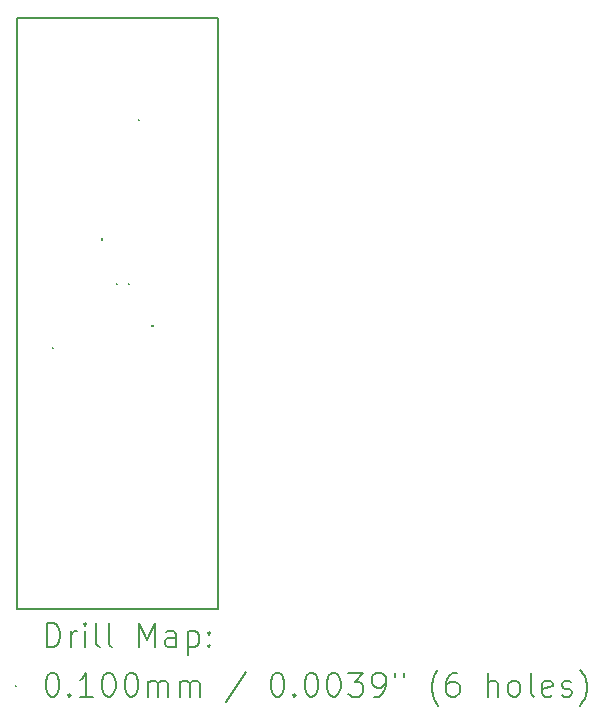
<source format=gbr>
%TF.GenerationSoftware,KiCad,Pcbnew,8.0.1*%
%TF.CreationDate,2024-10-17T14:11:02-05:00*%
%TF.ProjectId,sip-board,7369702d-626f-4617-9264-2e6b69636164,rev?*%
%TF.SameCoordinates,Original*%
%TF.FileFunction,Drillmap*%
%TF.FilePolarity,Positive*%
%FSLAX45Y45*%
G04 Gerber Fmt 4.5, Leading zero omitted, Abs format (unit mm)*
G04 Created by KiCad (PCBNEW 8.0.1) date 2024-10-17 14:11:02*
%MOMM*%
%LPD*%
G01*
G04 APERTURE LIST*
%ADD10C,0.200000*%
%ADD11C,0.100000*%
G04 APERTURE END LIST*
D10*
X13700000Y-7862000D02*
X15400000Y-7862000D01*
X15400000Y-12862000D01*
X13700000Y-12862000D01*
X13700000Y-7862000D01*
D11*
X13992000Y-10642000D02*
X14002000Y-10652000D01*
X14002000Y-10642000D02*
X13992000Y-10652000D01*
X14411000Y-9725000D02*
X14421000Y-9735000D01*
X14421000Y-9725000D02*
X14411000Y-9735000D01*
X14537000Y-10104000D02*
X14547000Y-10114000D01*
X14547000Y-10104000D02*
X14537000Y-10114000D01*
X14637000Y-10104000D02*
X14647000Y-10114000D01*
X14647000Y-10104000D02*
X14637000Y-10114000D01*
X14722000Y-8716000D02*
X14732000Y-8726000D01*
X14732000Y-8716000D02*
X14722000Y-8726000D01*
X14836000Y-10455000D02*
X14846000Y-10465000D01*
X14846000Y-10455000D02*
X14836000Y-10465000D01*
D10*
X13950777Y-13183484D02*
X13950777Y-12983484D01*
X13950777Y-12983484D02*
X13998396Y-12983484D01*
X13998396Y-12983484D02*
X14026967Y-12993008D01*
X14026967Y-12993008D02*
X14046015Y-13012055D01*
X14046015Y-13012055D02*
X14055539Y-13031103D01*
X14055539Y-13031103D02*
X14065062Y-13069198D01*
X14065062Y-13069198D02*
X14065062Y-13097769D01*
X14065062Y-13097769D02*
X14055539Y-13135865D01*
X14055539Y-13135865D02*
X14046015Y-13154912D01*
X14046015Y-13154912D02*
X14026967Y-13173960D01*
X14026967Y-13173960D02*
X13998396Y-13183484D01*
X13998396Y-13183484D02*
X13950777Y-13183484D01*
X14150777Y-13183484D02*
X14150777Y-13050150D01*
X14150777Y-13088246D02*
X14160301Y-13069198D01*
X14160301Y-13069198D02*
X14169824Y-13059674D01*
X14169824Y-13059674D02*
X14188872Y-13050150D01*
X14188872Y-13050150D02*
X14207920Y-13050150D01*
X14274586Y-13183484D02*
X14274586Y-13050150D01*
X14274586Y-12983484D02*
X14265062Y-12993008D01*
X14265062Y-12993008D02*
X14274586Y-13002531D01*
X14274586Y-13002531D02*
X14284110Y-12993008D01*
X14284110Y-12993008D02*
X14274586Y-12983484D01*
X14274586Y-12983484D02*
X14274586Y-13002531D01*
X14398396Y-13183484D02*
X14379348Y-13173960D01*
X14379348Y-13173960D02*
X14369824Y-13154912D01*
X14369824Y-13154912D02*
X14369824Y-12983484D01*
X14503158Y-13183484D02*
X14484110Y-13173960D01*
X14484110Y-13173960D02*
X14474586Y-13154912D01*
X14474586Y-13154912D02*
X14474586Y-12983484D01*
X14731729Y-13183484D02*
X14731729Y-12983484D01*
X14731729Y-12983484D02*
X14798396Y-13126341D01*
X14798396Y-13126341D02*
X14865062Y-12983484D01*
X14865062Y-12983484D02*
X14865062Y-13183484D01*
X15046015Y-13183484D02*
X15046015Y-13078722D01*
X15046015Y-13078722D02*
X15036491Y-13059674D01*
X15036491Y-13059674D02*
X15017443Y-13050150D01*
X15017443Y-13050150D02*
X14979348Y-13050150D01*
X14979348Y-13050150D02*
X14960301Y-13059674D01*
X15046015Y-13173960D02*
X15026967Y-13183484D01*
X15026967Y-13183484D02*
X14979348Y-13183484D01*
X14979348Y-13183484D02*
X14960301Y-13173960D01*
X14960301Y-13173960D02*
X14950777Y-13154912D01*
X14950777Y-13154912D02*
X14950777Y-13135865D01*
X14950777Y-13135865D02*
X14960301Y-13116817D01*
X14960301Y-13116817D02*
X14979348Y-13107293D01*
X14979348Y-13107293D02*
X15026967Y-13107293D01*
X15026967Y-13107293D02*
X15046015Y-13097769D01*
X15141253Y-13050150D02*
X15141253Y-13250150D01*
X15141253Y-13059674D02*
X15160301Y-13050150D01*
X15160301Y-13050150D02*
X15198396Y-13050150D01*
X15198396Y-13050150D02*
X15217443Y-13059674D01*
X15217443Y-13059674D02*
X15226967Y-13069198D01*
X15226967Y-13069198D02*
X15236491Y-13088246D01*
X15236491Y-13088246D02*
X15236491Y-13145388D01*
X15236491Y-13145388D02*
X15226967Y-13164436D01*
X15226967Y-13164436D02*
X15217443Y-13173960D01*
X15217443Y-13173960D02*
X15198396Y-13183484D01*
X15198396Y-13183484D02*
X15160301Y-13183484D01*
X15160301Y-13183484D02*
X15141253Y-13173960D01*
X15322205Y-13164436D02*
X15331729Y-13173960D01*
X15331729Y-13173960D02*
X15322205Y-13183484D01*
X15322205Y-13183484D02*
X15312682Y-13173960D01*
X15312682Y-13173960D02*
X15322205Y-13164436D01*
X15322205Y-13164436D02*
X15322205Y-13183484D01*
X15322205Y-13059674D02*
X15331729Y-13069198D01*
X15331729Y-13069198D02*
X15322205Y-13078722D01*
X15322205Y-13078722D02*
X15312682Y-13069198D01*
X15312682Y-13069198D02*
X15322205Y-13059674D01*
X15322205Y-13059674D02*
X15322205Y-13078722D01*
D11*
X13680000Y-13507000D02*
X13690000Y-13517000D01*
X13690000Y-13507000D02*
X13680000Y-13517000D01*
D10*
X13988872Y-13403484D02*
X14007920Y-13403484D01*
X14007920Y-13403484D02*
X14026967Y-13413008D01*
X14026967Y-13413008D02*
X14036491Y-13422531D01*
X14036491Y-13422531D02*
X14046015Y-13441579D01*
X14046015Y-13441579D02*
X14055539Y-13479674D01*
X14055539Y-13479674D02*
X14055539Y-13527293D01*
X14055539Y-13527293D02*
X14046015Y-13565388D01*
X14046015Y-13565388D02*
X14036491Y-13584436D01*
X14036491Y-13584436D02*
X14026967Y-13593960D01*
X14026967Y-13593960D02*
X14007920Y-13603484D01*
X14007920Y-13603484D02*
X13988872Y-13603484D01*
X13988872Y-13603484D02*
X13969824Y-13593960D01*
X13969824Y-13593960D02*
X13960301Y-13584436D01*
X13960301Y-13584436D02*
X13950777Y-13565388D01*
X13950777Y-13565388D02*
X13941253Y-13527293D01*
X13941253Y-13527293D02*
X13941253Y-13479674D01*
X13941253Y-13479674D02*
X13950777Y-13441579D01*
X13950777Y-13441579D02*
X13960301Y-13422531D01*
X13960301Y-13422531D02*
X13969824Y-13413008D01*
X13969824Y-13413008D02*
X13988872Y-13403484D01*
X14141253Y-13584436D02*
X14150777Y-13593960D01*
X14150777Y-13593960D02*
X14141253Y-13603484D01*
X14141253Y-13603484D02*
X14131729Y-13593960D01*
X14131729Y-13593960D02*
X14141253Y-13584436D01*
X14141253Y-13584436D02*
X14141253Y-13603484D01*
X14341253Y-13603484D02*
X14226967Y-13603484D01*
X14284110Y-13603484D02*
X14284110Y-13403484D01*
X14284110Y-13403484D02*
X14265062Y-13432055D01*
X14265062Y-13432055D02*
X14246015Y-13451103D01*
X14246015Y-13451103D02*
X14226967Y-13460627D01*
X14465062Y-13403484D02*
X14484110Y-13403484D01*
X14484110Y-13403484D02*
X14503158Y-13413008D01*
X14503158Y-13413008D02*
X14512682Y-13422531D01*
X14512682Y-13422531D02*
X14522205Y-13441579D01*
X14522205Y-13441579D02*
X14531729Y-13479674D01*
X14531729Y-13479674D02*
X14531729Y-13527293D01*
X14531729Y-13527293D02*
X14522205Y-13565388D01*
X14522205Y-13565388D02*
X14512682Y-13584436D01*
X14512682Y-13584436D02*
X14503158Y-13593960D01*
X14503158Y-13593960D02*
X14484110Y-13603484D01*
X14484110Y-13603484D02*
X14465062Y-13603484D01*
X14465062Y-13603484D02*
X14446015Y-13593960D01*
X14446015Y-13593960D02*
X14436491Y-13584436D01*
X14436491Y-13584436D02*
X14426967Y-13565388D01*
X14426967Y-13565388D02*
X14417443Y-13527293D01*
X14417443Y-13527293D02*
X14417443Y-13479674D01*
X14417443Y-13479674D02*
X14426967Y-13441579D01*
X14426967Y-13441579D02*
X14436491Y-13422531D01*
X14436491Y-13422531D02*
X14446015Y-13413008D01*
X14446015Y-13413008D02*
X14465062Y-13403484D01*
X14655539Y-13403484D02*
X14674586Y-13403484D01*
X14674586Y-13403484D02*
X14693634Y-13413008D01*
X14693634Y-13413008D02*
X14703158Y-13422531D01*
X14703158Y-13422531D02*
X14712682Y-13441579D01*
X14712682Y-13441579D02*
X14722205Y-13479674D01*
X14722205Y-13479674D02*
X14722205Y-13527293D01*
X14722205Y-13527293D02*
X14712682Y-13565388D01*
X14712682Y-13565388D02*
X14703158Y-13584436D01*
X14703158Y-13584436D02*
X14693634Y-13593960D01*
X14693634Y-13593960D02*
X14674586Y-13603484D01*
X14674586Y-13603484D02*
X14655539Y-13603484D01*
X14655539Y-13603484D02*
X14636491Y-13593960D01*
X14636491Y-13593960D02*
X14626967Y-13584436D01*
X14626967Y-13584436D02*
X14617443Y-13565388D01*
X14617443Y-13565388D02*
X14607920Y-13527293D01*
X14607920Y-13527293D02*
X14607920Y-13479674D01*
X14607920Y-13479674D02*
X14617443Y-13441579D01*
X14617443Y-13441579D02*
X14626967Y-13422531D01*
X14626967Y-13422531D02*
X14636491Y-13413008D01*
X14636491Y-13413008D02*
X14655539Y-13403484D01*
X14807920Y-13603484D02*
X14807920Y-13470150D01*
X14807920Y-13489198D02*
X14817443Y-13479674D01*
X14817443Y-13479674D02*
X14836491Y-13470150D01*
X14836491Y-13470150D02*
X14865063Y-13470150D01*
X14865063Y-13470150D02*
X14884110Y-13479674D01*
X14884110Y-13479674D02*
X14893634Y-13498722D01*
X14893634Y-13498722D02*
X14893634Y-13603484D01*
X14893634Y-13498722D02*
X14903158Y-13479674D01*
X14903158Y-13479674D02*
X14922205Y-13470150D01*
X14922205Y-13470150D02*
X14950777Y-13470150D01*
X14950777Y-13470150D02*
X14969824Y-13479674D01*
X14969824Y-13479674D02*
X14979348Y-13498722D01*
X14979348Y-13498722D02*
X14979348Y-13603484D01*
X15074586Y-13603484D02*
X15074586Y-13470150D01*
X15074586Y-13489198D02*
X15084110Y-13479674D01*
X15084110Y-13479674D02*
X15103158Y-13470150D01*
X15103158Y-13470150D02*
X15131729Y-13470150D01*
X15131729Y-13470150D02*
X15150777Y-13479674D01*
X15150777Y-13479674D02*
X15160301Y-13498722D01*
X15160301Y-13498722D02*
X15160301Y-13603484D01*
X15160301Y-13498722D02*
X15169824Y-13479674D01*
X15169824Y-13479674D02*
X15188872Y-13470150D01*
X15188872Y-13470150D02*
X15217443Y-13470150D01*
X15217443Y-13470150D02*
X15236491Y-13479674D01*
X15236491Y-13479674D02*
X15246015Y-13498722D01*
X15246015Y-13498722D02*
X15246015Y-13603484D01*
X15636491Y-13393960D02*
X15465063Y-13651103D01*
X15893634Y-13403484D02*
X15912682Y-13403484D01*
X15912682Y-13403484D02*
X15931729Y-13413008D01*
X15931729Y-13413008D02*
X15941253Y-13422531D01*
X15941253Y-13422531D02*
X15950777Y-13441579D01*
X15950777Y-13441579D02*
X15960301Y-13479674D01*
X15960301Y-13479674D02*
X15960301Y-13527293D01*
X15960301Y-13527293D02*
X15950777Y-13565388D01*
X15950777Y-13565388D02*
X15941253Y-13584436D01*
X15941253Y-13584436D02*
X15931729Y-13593960D01*
X15931729Y-13593960D02*
X15912682Y-13603484D01*
X15912682Y-13603484D02*
X15893634Y-13603484D01*
X15893634Y-13603484D02*
X15874586Y-13593960D01*
X15874586Y-13593960D02*
X15865063Y-13584436D01*
X15865063Y-13584436D02*
X15855539Y-13565388D01*
X15855539Y-13565388D02*
X15846015Y-13527293D01*
X15846015Y-13527293D02*
X15846015Y-13479674D01*
X15846015Y-13479674D02*
X15855539Y-13441579D01*
X15855539Y-13441579D02*
X15865063Y-13422531D01*
X15865063Y-13422531D02*
X15874586Y-13413008D01*
X15874586Y-13413008D02*
X15893634Y-13403484D01*
X16046015Y-13584436D02*
X16055539Y-13593960D01*
X16055539Y-13593960D02*
X16046015Y-13603484D01*
X16046015Y-13603484D02*
X16036491Y-13593960D01*
X16036491Y-13593960D02*
X16046015Y-13584436D01*
X16046015Y-13584436D02*
X16046015Y-13603484D01*
X16179348Y-13403484D02*
X16198396Y-13403484D01*
X16198396Y-13403484D02*
X16217444Y-13413008D01*
X16217444Y-13413008D02*
X16226967Y-13422531D01*
X16226967Y-13422531D02*
X16236491Y-13441579D01*
X16236491Y-13441579D02*
X16246015Y-13479674D01*
X16246015Y-13479674D02*
X16246015Y-13527293D01*
X16246015Y-13527293D02*
X16236491Y-13565388D01*
X16236491Y-13565388D02*
X16226967Y-13584436D01*
X16226967Y-13584436D02*
X16217444Y-13593960D01*
X16217444Y-13593960D02*
X16198396Y-13603484D01*
X16198396Y-13603484D02*
X16179348Y-13603484D01*
X16179348Y-13603484D02*
X16160301Y-13593960D01*
X16160301Y-13593960D02*
X16150777Y-13584436D01*
X16150777Y-13584436D02*
X16141253Y-13565388D01*
X16141253Y-13565388D02*
X16131729Y-13527293D01*
X16131729Y-13527293D02*
X16131729Y-13479674D01*
X16131729Y-13479674D02*
X16141253Y-13441579D01*
X16141253Y-13441579D02*
X16150777Y-13422531D01*
X16150777Y-13422531D02*
X16160301Y-13413008D01*
X16160301Y-13413008D02*
X16179348Y-13403484D01*
X16369825Y-13403484D02*
X16388872Y-13403484D01*
X16388872Y-13403484D02*
X16407920Y-13413008D01*
X16407920Y-13413008D02*
X16417444Y-13422531D01*
X16417444Y-13422531D02*
X16426967Y-13441579D01*
X16426967Y-13441579D02*
X16436491Y-13479674D01*
X16436491Y-13479674D02*
X16436491Y-13527293D01*
X16436491Y-13527293D02*
X16426967Y-13565388D01*
X16426967Y-13565388D02*
X16417444Y-13584436D01*
X16417444Y-13584436D02*
X16407920Y-13593960D01*
X16407920Y-13593960D02*
X16388872Y-13603484D01*
X16388872Y-13603484D02*
X16369825Y-13603484D01*
X16369825Y-13603484D02*
X16350777Y-13593960D01*
X16350777Y-13593960D02*
X16341253Y-13584436D01*
X16341253Y-13584436D02*
X16331729Y-13565388D01*
X16331729Y-13565388D02*
X16322206Y-13527293D01*
X16322206Y-13527293D02*
X16322206Y-13479674D01*
X16322206Y-13479674D02*
X16331729Y-13441579D01*
X16331729Y-13441579D02*
X16341253Y-13422531D01*
X16341253Y-13422531D02*
X16350777Y-13413008D01*
X16350777Y-13413008D02*
X16369825Y-13403484D01*
X16503158Y-13403484D02*
X16626967Y-13403484D01*
X16626967Y-13403484D02*
X16560301Y-13479674D01*
X16560301Y-13479674D02*
X16588872Y-13479674D01*
X16588872Y-13479674D02*
X16607920Y-13489198D01*
X16607920Y-13489198D02*
X16617444Y-13498722D01*
X16617444Y-13498722D02*
X16626967Y-13517769D01*
X16626967Y-13517769D02*
X16626967Y-13565388D01*
X16626967Y-13565388D02*
X16617444Y-13584436D01*
X16617444Y-13584436D02*
X16607920Y-13593960D01*
X16607920Y-13593960D02*
X16588872Y-13603484D01*
X16588872Y-13603484D02*
X16531729Y-13603484D01*
X16531729Y-13603484D02*
X16512682Y-13593960D01*
X16512682Y-13593960D02*
X16503158Y-13584436D01*
X16722206Y-13603484D02*
X16760301Y-13603484D01*
X16760301Y-13603484D02*
X16779349Y-13593960D01*
X16779349Y-13593960D02*
X16788872Y-13584436D01*
X16788872Y-13584436D02*
X16807920Y-13555865D01*
X16807920Y-13555865D02*
X16817444Y-13517769D01*
X16817444Y-13517769D02*
X16817444Y-13441579D01*
X16817444Y-13441579D02*
X16807920Y-13422531D01*
X16807920Y-13422531D02*
X16798396Y-13413008D01*
X16798396Y-13413008D02*
X16779349Y-13403484D01*
X16779349Y-13403484D02*
X16741253Y-13403484D01*
X16741253Y-13403484D02*
X16722206Y-13413008D01*
X16722206Y-13413008D02*
X16712682Y-13422531D01*
X16712682Y-13422531D02*
X16703158Y-13441579D01*
X16703158Y-13441579D02*
X16703158Y-13489198D01*
X16703158Y-13489198D02*
X16712682Y-13508246D01*
X16712682Y-13508246D02*
X16722206Y-13517769D01*
X16722206Y-13517769D02*
X16741253Y-13527293D01*
X16741253Y-13527293D02*
X16779349Y-13527293D01*
X16779349Y-13527293D02*
X16798396Y-13517769D01*
X16798396Y-13517769D02*
X16807920Y-13508246D01*
X16807920Y-13508246D02*
X16817444Y-13489198D01*
X16893634Y-13403484D02*
X16893634Y-13441579D01*
X16969825Y-13403484D02*
X16969825Y-13441579D01*
X17265063Y-13679674D02*
X17255539Y-13670150D01*
X17255539Y-13670150D02*
X17236491Y-13641579D01*
X17236491Y-13641579D02*
X17226968Y-13622531D01*
X17226968Y-13622531D02*
X17217444Y-13593960D01*
X17217444Y-13593960D02*
X17207920Y-13546341D01*
X17207920Y-13546341D02*
X17207920Y-13508246D01*
X17207920Y-13508246D02*
X17217444Y-13460627D01*
X17217444Y-13460627D02*
X17226968Y-13432055D01*
X17226968Y-13432055D02*
X17236491Y-13413008D01*
X17236491Y-13413008D02*
X17255539Y-13384436D01*
X17255539Y-13384436D02*
X17265063Y-13374912D01*
X17426968Y-13403484D02*
X17388872Y-13403484D01*
X17388872Y-13403484D02*
X17369825Y-13413008D01*
X17369825Y-13413008D02*
X17360301Y-13422531D01*
X17360301Y-13422531D02*
X17341253Y-13451103D01*
X17341253Y-13451103D02*
X17331730Y-13489198D01*
X17331730Y-13489198D02*
X17331730Y-13565388D01*
X17331730Y-13565388D02*
X17341253Y-13584436D01*
X17341253Y-13584436D02*
X17350777Y-13593960D01*
X17350777Y-13593960D02*
X17369825Y-13603484D01*
X17369825Y-13603484D02*
X17407920Y-13603484D01*
X17407920Y-13603484D02*
X17426968Y-13593960D01*
X17426968Y-13593960D02*
X17436491Y-13584436D01*
X17436491Y-13584436D02*
X17446015Y-13565388D01*
X17446015Y-13565388D02*
X17446015Y-13517769D01*
X17446015Y-13517769D02*
X17436491Y-13498722D01*
X17436491Y-13498722D02*
X17426968Y-13489198D01*
X17426968Y-13489198D02*
X17407920Y-13479674D01*
X17407920Y-13479674D02*
X17369825Y-13479674D01*
X17369825Y-13479674D02*
X17350777Y-13489198D01*
X17350777Y-13489198D02*
X17341253Y-13498722D01*
X17341253Y-13498722D02*
X17331730Y-13517769D01*
X17684111Y-13603484D02*
X17684111Y-13403484D01*
X17769825Y-13603484D02*
X17769825Y-13498722D01*
X17769825Y-13498722D02*
X17760301Y-13479674D01*
X17760301Y-13479674D02*
X17741253Y-13470150D01*
X17741253Y-13470150D02*
X17712682Y-13470150D01*
X17712682Y-13470150D02*
X17693634Y-13479674D01*
X17693634Y-13479674D02*
X17684111Y-13489198D01*
X17893634Y-13603484D02*
X17874587Y-13593960D01*
X17874587Y-13593960D02*
X17865063Y-13584436D01*
X17865063Y-13584436D02*
X17855539Y-13565388D01*
X17855539Y-13565388D02*
X17855539Y-13508246D01*
X17855539Y-13508246D02*
X17865063Y-13489198D01*
X17865063Y-13489198D02*
X17874587Y-13479674D01*
X17874587Y-13479674D02*
X17893634Y-13470150D01*
X17893634Y-13470150D02*
X17922206Y-13470150D01*
X17922206Y-13470150D02*
X17941253Y-13479674D01*
X17941253Y-13479674D02*
X17950777Y-13489198D01*
X17950777Y-13489198D02*
X17960301Y-13508246D01*
X17960301Y-13508246D02*
X17960301Y-13565388D01*
X17960301Y-13565388D02*
X17950777Y-13584436D01*
X17950777Y-13584436D02*
X17941253Y-13593960D01*
X17941253Y-13593960D02*
X17922206Y-13603484D01*
X17922206Y-13603484D02*
X17893634Y-13603484D01*
X18074587Y-13603484D02*
X18055539Y-13593960D01*
X18055539Y-13593960D02*
X18046015Y-13574912D01*
X18046015Y-13574912D02*
X18046015Y-13403484D01*
X18226968Y-13593960D02*
X18207920Y-13603484D01*
X18207920Y-13603484D02*
X18169825Y-13603484D01*
X18169825Y-13603484D02*
X18150777Y-13593960D01*
X18150777Y-13593960D02*
X18141253Y-13574912D01*
X18141253Y-13574912D02*
X18141253Y-13498722D01*
X18141253Y-13498722D02*
X18150777Y-13479674D01*
X18150777Y-13479674D02*
X18169825Y-13470150D01*
X18169825Y-13470150D02*
X18207920Y-13470150D01*
X18207920Y-13470150D02*
X18226968Y-13479674D01*
X18226968Y-13479674D02*
X18236492Y-13498722D01*
X18236492Y-13498722D02*
X18236492Y-13517769D01*
X18236492Y-13517769D02*
X18141253Y-13536817D01*
X18312682Y-13593960D02*
X18331730Y-13603484D01*
X18331730Y-13603484D02*
X18369825Y-13603484D01*
X18369825Y-13603484D02*
X18388873Y-13593960D01*
X18388873Y-13593960D02*
X18398396Y-13574912D01*
X18398396Y-13574912D02*
X18398396Y-13565388D01*
X18398396Y-13565388D02*
X18388873Y-13546341D01*
X18388873Y-13546341D02*
X18369825Y-13536817D01*
X18369825Y-13536817D02*
X18341253Y-13536817D01*
X18341253Y-13536817D02*
X18322206Y-13527293D01*
X18322206Y-13527293D02*
X18312682Y-13508246D01*
X18312682Y-13508246D02*
X18312682Y-13498722D01*
X18312682Y-13498722D02*
X18322206Y-13479674D01*
X18322206Y-13479674D02*
X18341253Y-13470150D01*
X18341253Y-13470150D02*
X18369825Y-13470150D01*
X18369825Y-13470150D02*
X18388873Y-13479674D01*
X18465063Y-13679674D02*
X18474587Y-13670150D01*
X18474587Y-13670150D02*
X18493634Y-13641579D01*
X18493634Y-13641579D02*
X18503158Y-13622531D01*
X18503158Y-13622531D02*
X18512682Y-13593960D01*
X18512682Y-13593960D02*
X18522206Y-13546341D01*
X18522206Y-13546341D02*
X18522206Y-13508246D01*
X18522206Y-13508246D02*
X18512682Y-13460627D01*
X18512682Y-13460627D02*
X18503158Y-13432055D01*
X18503158Y-13432055D02*
X18493634Y-13413008D01*
X18493634Y-13413008D02*
X18474587Y-13384436D01*
X18474587Y-13384436D02*
X18465063Y-13374912D01*
M02*

</source>
